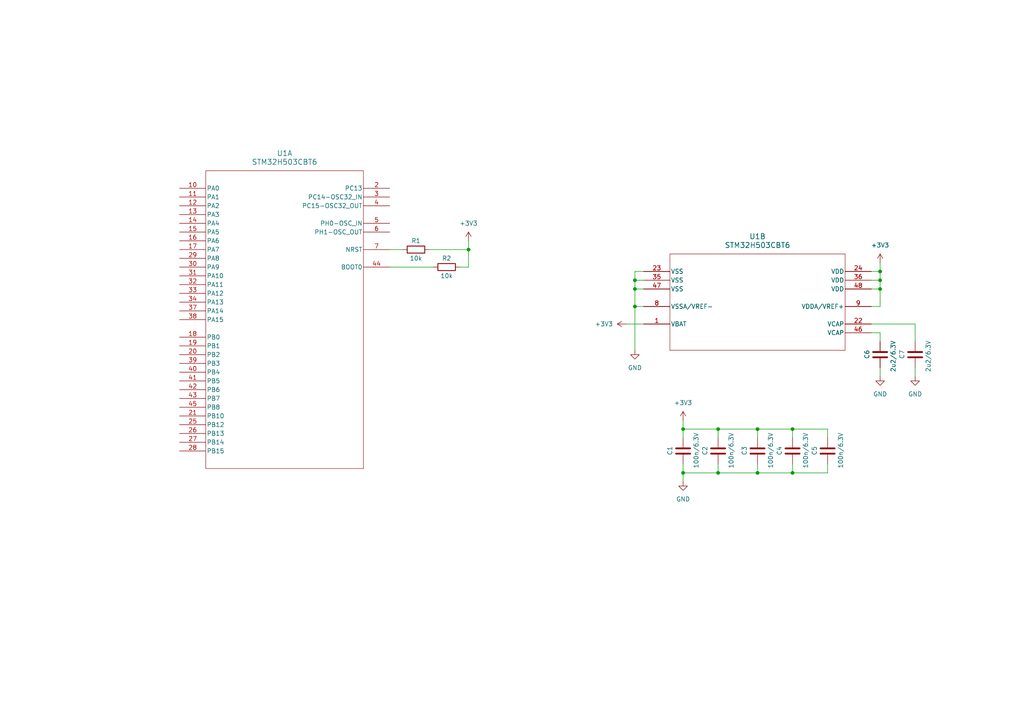
<source format=kicad_sch>
(kicad_sch (version 20230121) (generator eeschema)
  (paper "A4")
  (lib_symbols
    (symbol "Device:C" (pin_numbers hide) (pin_names (offset 0.254))
      (property "Reference" "C" (at 0.635 2.54 0))
      (property "Value" "C" (at 0.635 -2.54 0))
      (symbol "C_0_1"
        (polyline (pts (xy -2.032 -0.762) (xy 2.032 -0.762)) (stroke (width 0.508)))
        (polyline (pts (xy -2.032 0.762) (xy 2.032 0.762)) (stroke (width 0.508)))
      )
      (symbol "C_1_1"
        (pin passive line (at 0 3.81 270) (length 2.794) (name "~") (number "1"))
        (pin passive line (at 0 -3.81 90) (length 2.794) (name "~") (number "2"))
      )
    )
    (symbol "Device:R" (pin_numbers hide) (pin_names (offset 0))
      (property "Reference" "R" (at 2.032 0 90))
      (property "Value" "R" (at 0 0 90))
      (symbol "R_0_1"
        (rectangle (start -1.016 -2.54) (end 1.016 2.54) (stroke (width 0.254)))
      )
      (symbol "R_1_1"
        (pin passive line (at 0 3.81 270) (length 1.27) (name "~") (number "1"))
        (pin passive line (at 0 -3.81 90) (length 1.27) (name "~") (number "2"))
      )
    )
    (symbol "PDH5_Supply:STM32H503CBT6" (pin_names (offset 0.254))
      (property "Reference" "U" (at 30.48 10.16 0))
      (property "Value" "STM32H503CBT6" (at 30.48 7.62 0))
      (symbol "STM32H503CBT6_1_1"
        (polyline (pts (xy 7.62 -81.28) (xy 53.34 -81.28)) (stroke (width 0.127)))
        (polyline (pts (xy 7.62 5.08) (xy 7.62 -81.28)) (stroke (width 0.127)))
        (polyline (pts (xy 53.34 -81.28) (xy 53.34 5.08)) (stroke (width 0.127)))
        (polyline (pts (xy 53.34 5.08) (xy 7.62 5.08)) (stroke (width 0.127)))
        (pin bidirectional line (at 0 0 0) (length 7.62) (name "PA0") (number "10"))
        (pin bidirectional line (at 0 -2.54 0) (length 7.62) (name "PA1") (number "11"))
        (pin bidirectional line (at 0 -5.08 0) (length 7.62) (name "PA2") (number "12"))
        (pin bidirectional line (at 0 -7.62 0) (length 7.62) (name "PA3") (number "13"))
        (pin bidirectional line (at 0 -10.16 0) (length 7.62) (name "PA4") (number "14"))
        (pin bidirectional line (at 0 -12.7 0) (length 7.62) (name "PA5") (number "15"))
        (pin bidirectional line (at 0 -15.24 0) (length 7.62) (name "PA6") (number "16"))
        (pin bidirectional line (at 0 -17.78 0) (length 7.62) (name "PA7") (number "17"))
        (pin bidirectional line (at 0 -43.18 0) (length 7.62) (name "PB0") (number "18"))
        (pin bidirectional line (at 0 -45.72 0) (length 7.62) (name "PB1") (number "19"))
        (pin bidirectional line (at 60.96 0 180) (length 7.62) (name "PC13") (number "2"))
        (pin bidirectional line (at 0 -48.26 0) (length 7.62) (name "PB2") (number "20"))
        (pin bidirectional line (at 0 -66.04 0) (length 7.62) (name "PB10") (number "21"))
        (pin bidirectional line (at 0 -68.58 0) (length 7.62) (name "PB12") (number "25"))
        (pin bidirectional line (at 0 -71.12 0) (length 7.62) (name "PB13") (number "26"))
        (pin bidirectional line (at 0 -73.66 0) (length 7.62) (name "PB14") (number "27"))
        (pin bidirectional line (at 0 -76.2 0) (length 7.62) (name "PB15") (number "28"))
        (pin bidirectional line (at 0 -20.32 0) (length 7.62) (name "PA8") (number "29"))
        (pin bidirectional line (at 60.96 -2.54 180) (length 7.62) (name "PC14-OSC32_IN") (number "3"))
        (pin bidirectional line (at 0 -22.86 0) (length 7.62) (name "PA9") (number "30"))
        (pin bidirectional line (at 0 -25.4 0) (length 7.62) (name "PA10") (number "31"))
        (pin bidirectional line (at 0 -27.94 0) (length 7.62) (name "PA11") (number "32"))
        (pin bidirectional line (at 0 -30.48 0) (length 7.62) (name "PA12") (number "33"))
        (pin bidirectional line (at 0 -33.02 0) (length 7.62) (name "PA13") (number "34"))
        (pin bidirectional line (at 0 -35.56 0) (length 7.62) (name "PA14") (number "37"))
        (pin bidirectional line (at 0 -38.1 0) (length 7.62) (name "PA15") (number "38"))
        (pin bidirectional line (at 0 -50.8 0) (length 7.62) (name "PB3") (number "39"))
        (pin bidirectional line (at 60.96 -5.08 180) (length 7.62) (name "PC15-OSC32_OUT") (number "4"))
        (pin bidirectional line (at 0 -53.34 0) (length 7.62) (name "PB4") (number "40"))
        (pin bidirectional line (at 0 -55.88 0) (length 7.62) (name "PB5") (number "41"))
        (pin bidirectional line (at 0 -58.42 0) (length 7.62) (name "PB6") (number "42"))
        (pin bidirectional line (at 0 -60.96 0) (length 7.62) (name "PB7") (number "43"))
        (pin bidirectional line (at 60.96 -22.86 180) (length 7.62) (name "BOOT0") (number "44"))
        (pin bidirectional line (at 0 -63.5 0) (length 7.62) (name "PB8") (number "45"))
        (pin bidirectional line (at 60.96 -10.16 180) (length 7.62) (name "PH0-OSC_IN") (number "5"))
        (pin bidirectional line (at 60.96 -12.7 180) (length 7.62) (name "PH1-OSC_OUT") (number "6"))
        (pin bidirectional line (at 60.96 -17.78 180) (length 7.62) (name "NRST") (number "7"))
      )
      (symbol "STM32H503CBT6_2_1"
        (polyline (pts (xy 7.62 -22.86) (xy 58.42 -22.86)) (stroke (width 0.127)))
        (polyline (pts (xy 7.62 5.08) (xy 7.62 -22.86)) (stroke (width 0.127)))
        (polyline (pts (xy 58.42 -22.86) (xy 58.42 5.08)) (stroke (width 0.127)))
        (polyline (pts (xy 58.42 5.08) (xy 7.62 5.08)) (stroke (width 0.127)))
        (pin power_in line (at 0 -15.24 0) (length 7.62) (name "VBAT") (number "1"))
        (pin power_in line (at 66.04 -15.24 180) (length 7.62) (name "VCAP") (number "22"))
        (pin power_in line (at 0 0 0) (length 7.62) (name "VSS") (number "23"))
        (pin power_in line (at 66.04 0 180) (length 7.62) (name "VDD") (number "24"))
        (pin power_in line (at 0 -2.54 0) (length 7.62) (name "VSS") (number "35"))
        (pin power_in line (at 66.04 -2.54 180) (length 7.62) (name "VDD") (number "36"))
        (pin power_in line (at 66.04 -17.78 180) (length 7.62) (name "VCAP") (number "46"))
        (pin power_in line (at 0 -5.08 0) (length 7.62) (name "VSS") (number "47"))
        (pin power_in line (at 66.04 -5.08 180) (length 7.62) (name "VDD") (number "48"))
        (pin power_in line (at 0 -10.16 0) (length 7.62) (name "VSSA/VREF-") (number "8"))
        (pin power_in line (at 66.04 -10.16 180) (length 7.62) (name "VDDA/VREF+") (number "9"))
      )
    )
    (symbol "power:+3V3" (power) (pin_names (offset 0))
      (property "Value" "+3V3" (at 0 3.556 0))
      (symbol "+3V3_0_1"
        (polyline (pts (xy -0.762 1.27) (xy 0 2.54)))
        (polyline (pts (xy 0 0) (xy 0 2.54)))
        (polyline (pts (xy 0 2.54) (xy 0.762 1.27)))
      )
      (symbol "+3V3_1_1"
        (pin power_in line (at 0 0 90) (length 0) hide (name "+3V3") (number "1"))
      )
    )
    (symbol "power:GND" (power) (pin_names (offset 0))
      (property "Value" "GND" (at 0 -3.81 0))
      (symbol "GND_0_1"
        (polyline (pts (xy 0 0) (xy 0 -1.27) (xy 1.27 -1.27) (xy 0 -2.54) (xy -1.27 -1.27) (xy 0 -1.27)))
      )
      (symbol "GND_1_1"
        (pin power_in line (at 0 0 270) (length 0) hide (name "GND") (number "1"))
      )
    )
  )
  (junction (at 135.89 72.39))
  (junction (at 208.28 137.16))
  (junction (at 219.71 124.46))
  (junction (at 229.87 124.46))
  (junction (at 198.12 137.16))
  (junction (at 255.27 83.82))
  (junction (at 198.12 124.46))
  (junction (at 255.27 81.28))
  (junction (at 184.15 88.9))
  (junction (at 255.27 78.74))
  (junction (at 184.15 83.82))
  (junction (at 208.28 124.46))
  (junction (at 184.15 81.28))
  (junction (at 229.87 137.16))
  (junction (at 219.71 137.16))
  (wire (pts (xy 208.28 134.62) (xy 208.28 137.16)))
  (wire (pts (xy 252.73 93.98) (xy 265.43 93.98)))
  (wire (pts (xy 252.73 83.82) (xy 255.27 83.82)))
  (wire (pts (xy 184.15 83.82) (xy 186.69 83.82)))
  (wire (pts (xy 181.61 93.98) (xy 186.69 93.98)))
  (wire (pts (xy 219.71 137.16) (xy 229.87 137.16)))
  (wire (pts (xy 198.12 124.46) (xy 198.12 127)))
  (wire (pts (xy 135.89 69.85) (xy 135.89 72.39)))
  (wire (pts (xy 113.03 77.47) (xy 125.73 77.47)))
  (wire (pts (xy 184.15 81.28) (xy 184.15 78.74)))
  (wire (pts (xy 240.03 134.62) (xy 240.03 137.16)))
  (wire (pts (xy 219.71 124.46) (xy 229.87 124.46)))
  (wire (pts (xy 252.73 88.9) (xy 255.27 88.9)))
  (wire (pts (xy 255.27 106.68) (xy 255.27 109.22)))
  (wire (pts (xy 198.12 137.16) (xy 208.28 137.16)))
  (wire (pts (xy 229.87 124.46) (xy 229.87 127)))
  (wire (pts (xy 208.28 137.16) (xy 219.71 137.16)))
  (wire (pts (xy 133.35 77.47) (xy 135.89 77.47)))
  (wire (pts (xy 255.27 78.74) (xy 252.73 78.74)))
  (wire (pts (xy 113.03 72.39) (xy 116.84 72.39)))
  (wire (pts (xy 255.27 76.2) (xy 255.27 78.74)))
  (wire (pts (xy 198.12 121.92) (xy 198.12 124.46)))
  (wire (pts (xy 255.27 99.06) (xy 255.27 96.52)))
  (wire (pts (xy 198.12 134.62) (xy 198.12 137.16)))
  (wire (pts (xy 229.87 134.62) (xy 229.87 137.16)))
  (wire (pts (xy 198.12 137.16) (xy 198.12 139.7)))
  (wire (pts (xy 208.28 124.46) (xy 208.28 127)))
  (wire (pts (xy 184.15 83.82) (xy 184.15 81.28)))
  (wire (pts (xy 229.87 124.46) (xy 240.03 124.46)))
  (wire (pts (xy 184.15 81.28) (xy 186.69 81.28)))
  (wire (pts (xy 252.73 81.28) (xy 255.27 81.28)))
  (wire (pts (xy 255.27 83.82) (xy 255.27 81.28)))
  (wire (pts (xy 184.15 78.74) (xy 186.69 78.74)))
  (wire (pts (xy 252.73 96.52) (xy 255.27 96.52)))
  (wire (pts (xy 184.15 88.9) (xy 184.15 83.82)))
  (wire (pts (xy 265.43 106.68) (xy 265.43 109.22)))
  (wire (pts (xy 219.71 124.46) (xy 219.71 127)))
  (wire (pts (xy 208.28 124.46) (xy 219.71 124.46)))
  (wire (pts (xy 124.46 72.39) (xy 135.89 72.39)))
  (wire (pts (xy 198.12 124.46) (xy 208.28 124.46)))
  (wire (pts (xy 135.89 72.39) (xy 135.89 77.47)))
  (wire (pts (xy 255.27 81.28) (xy 255.27 78.74)))
  (wire (pts (xy 240.03 124.46) (xy 240.03 127)))
  (wire (pts (xy 229.87 137.16) (xy 240.03 137.16)))
  (wire (pts (xy 255.27 88.9) (xy 255.27 83.82)))
  (wire (pts (xy 265.43 93.98) (xy 265.43 99.06)))
  (wire (pts (xy 186.69 88.9) (xy 184.15 88.9)))
  (wire (pts (xy 219.71 134.62) (xy 219.71 137.16)))
  (wire (pts (xy 184.15 88.9) (xy 184.15 101.6)))
  (symbol (lib_id "Device:C") (at 198.12 130.81 0) (unit 1)
    (property "Reference" "C1" (at 194.31 132.08 90) (effects (justify left)))
    (property "Value" "100n/6.3V" (at 201.93 135.89 90) (effects (justify left)))
  )
  (symbol (lib_id "power:GND") (at 198.12 139.7 0) (unit 1)
    (property "Reference" "#PWR01" (effects hide))
    (property "Value" "GND" (at 198.12 144.78 0))
  )
  (symbol (lib_id "Device:R") (at 129.54 77.47 90) (unit 1)
    (property "Reference" "R2" (at 129.54 74.93 90))
    (property "Value" "10k" (at 129.54 80.01 90))
  )
  (symbol (lib_id "power:+3V3") (at 255.27 76.2 0) (unit 1)
    (property "Reference" "#PWR05" (effects hide))
    (property "Value" "+3V3" (at 255.27 71.12 0))
  )
  (symbol (lib_id "power:GND") (at 255.27 109.22 0) (unit 1)
    (property "Reference" "#PWR02" (effects hide))
    (property "Value" "GND" (at 255.27 114.3 0))
  )
  (symbol (lib_id "Device:C") (at 229.87 130.81 0) (unit 1)
    (property "Reference" "C4" (at 226.06 132.08 90) (effects (justify left)))
    (property "Value" "100n/6.3V" (at 233.68 135.89 90) (effects (justify left)))
  )
  (symbol (lib_id "Device:C") (at 219.71 130.81 0) (unit 1)
    (property "Reference" "C3" (at 215.9 132.08 90) (effects (justify left)))
    (property "Value" "100n/6.3V" (at 223.52 135.89 90) (effects (justify left)))
  )
  (symbol (lib_id "power:GND") (at 184.15 101.6 0) (unit 1)
    (property "Reference" "#PWR06" (effects hide))
    (property "Value" "GND" (at 184.15 106.68 0))
  )
  (symbol (lib_id "power:+3V3") (at 135.89 69.85 0) (unit 1)
    (property "Reference" "#PWR08" (effects hide))
    (property "Value" "+3V3" (at 135.89 64.77 0))
  )
  (symbol (lib_id "PDH5_Supply:STM32H503CBT6") (at 52.07 54.61 0) (unit 1)
    (property "Reference" "U1" (at 82.55 44.45 0) (effects (font (size 1.524 1.524))))
    (property "Value" "STM32H503CBT6" (at 82.55 46.99 0) (effects (font (size 1.524 1.524))))
    (property "Footprint" "LQFP48-7x7mm_STM" (effects hide))
    (property "Datasheet" "STM32H503CBT6" (effects hide))
  )
  (symbol (lib_id "PDH5_Supply:STM32H503CBT6") (at 186.69 78.74 0) (unit 2)
    (property "Reference" "U1" (at 219.71 68.58 0) (effects (font (size 1.524 1.524))))
    (property "Value" "STM32H503CBT6" (at 219.71 71.12 0) (effects (font (size 1.524 1.524))))
    (property "Footprint" "LQFP48-7x7mm_STM" (effects hide))
    (property "Datasheet" "STM32H503CBT6" (effects hide))
  )
  (symbol (lib_id "Device:C") (at 255.27 102.87 0) (unit 1)
    (property "Reference" "C6" (at 251.46 104.14 90) (effects (justify left)))
    (property "Value" "2u2/6.3V" (at 259.08 107.95 90) (effects (justify left)))
  )
  (symbol (lib_id "Device:C") (at 240.03 130.81 0) (unit 1)
    (property "Reference" "C5" (at 236.22 132.08 90) (effects (justify left)))
    (property "Value" "100n/6.3V" (at 243.84 135.89 90) (effects (justify left)))
  )
  (symbol (lib_id "Device:R") (at 120.65 72.39 90) (unit 1)
    (property "Reference" "R1" (at 120.65 69.85 90))
    (property "Value" "10k" (at 120.65 74.93 90))
  )
  (symbol (lib_id "power:+3V3") (at 198.12 121.92 0) (unit 1)
    (property "Reference" "#PWR03" (effects hide))
    (property "Value" "+3V3" (at 198.12 116.84 0))
  )
  (symbol (lib_id "power:+3V3") (at 181.61 93.98 90) (unit 1)
    (property "Reference" "#PWR07" (effects hide))
    (property "Value" "+3V3" (at 177.8 93.98 90) (effects (justify left)))
  )
  (symbol (lib_id "Device:C") (at 265.43 102.87 0) (unit 1)
    (property "Reference" "C7" (at 261.62 104.14 90) (effects (justify left)))
    (property "Value" "2u2/6.3V" (at 269.24 107.95 90) (effects (justify left)))
  )
  (symbol (lib_id "power:GND") (at 265.43 109.22 0) (unit 1)
    (property "Reference" "#PWR04" (effects hide))
    (property "Value" "GND" (at 265.43 114.3 0))
  )
  (symbol (lib_id "Device:C") (at 208.28 130.81 0) (unit 1)
    (property "Reference" "C2" (at 204.47 132.08 90) (effects (justify left)))
    (property "Value" "100n/6.3V" (at 212.09 135.89 90) (effects (justify left)))
  )
)
</source>
